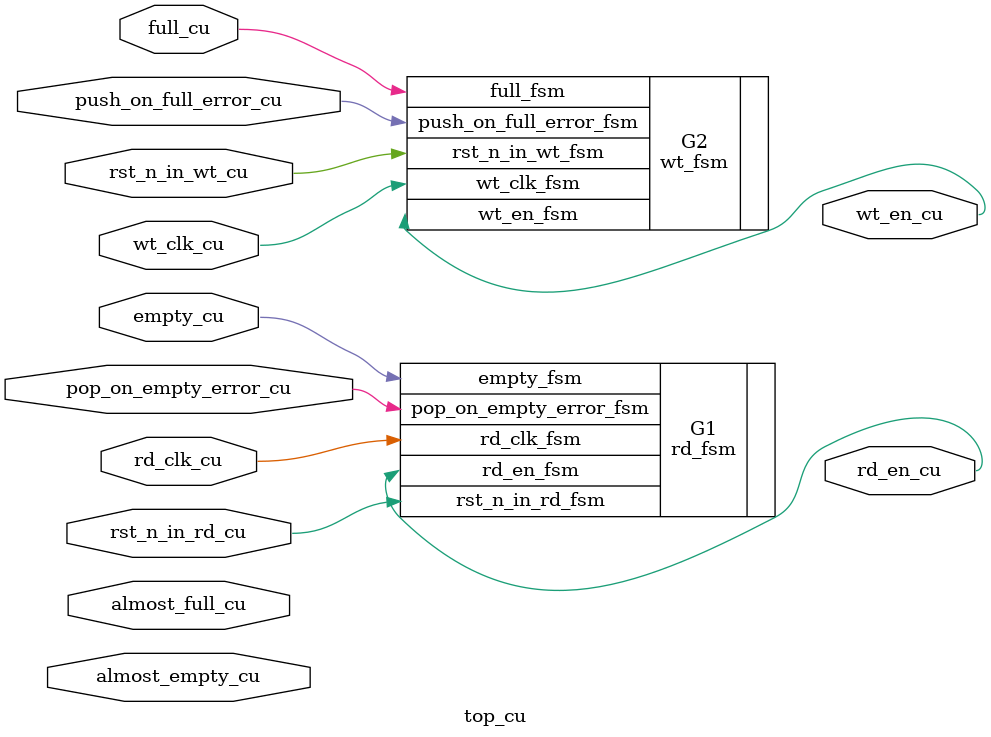
<source format=v>
module top_cu(output rd_en_cu,
		output wt_en_cu,
		input rd_clk_cu,
		input wt_clk_cu,
		input full_cu,
		input empty_cu,
		input almost_full_cu,
		input almost_empty_cu,
		input push_on_full_error_cu,
		input pop_on_empty_error_cu,
		input rst_n_in_wt_cu,
		input rst_n_in_rd_cu);
rd_fsm G1(.rd_en_fsm(rd_en_cu),.rd_clk_fsm(rd_clk_cu),.empty_fsm(empty_cu),.pop_on_empty_error_fsm(pop_on_empty_error_cu),.rst_n_in_rd_fsm(rst_n_in_rd_cu));

wt_fsm G2(.wt_en_fsm(wt_en_cu),.wt_clk_fsm(wt_clk_cu),.full_fsm(full_cu),.push_on_full_error_fsm(push_on_full_error_cu),.rst_n_in_wt_fsm(rst_n_in_wt_cu));

endmodule

</source>
